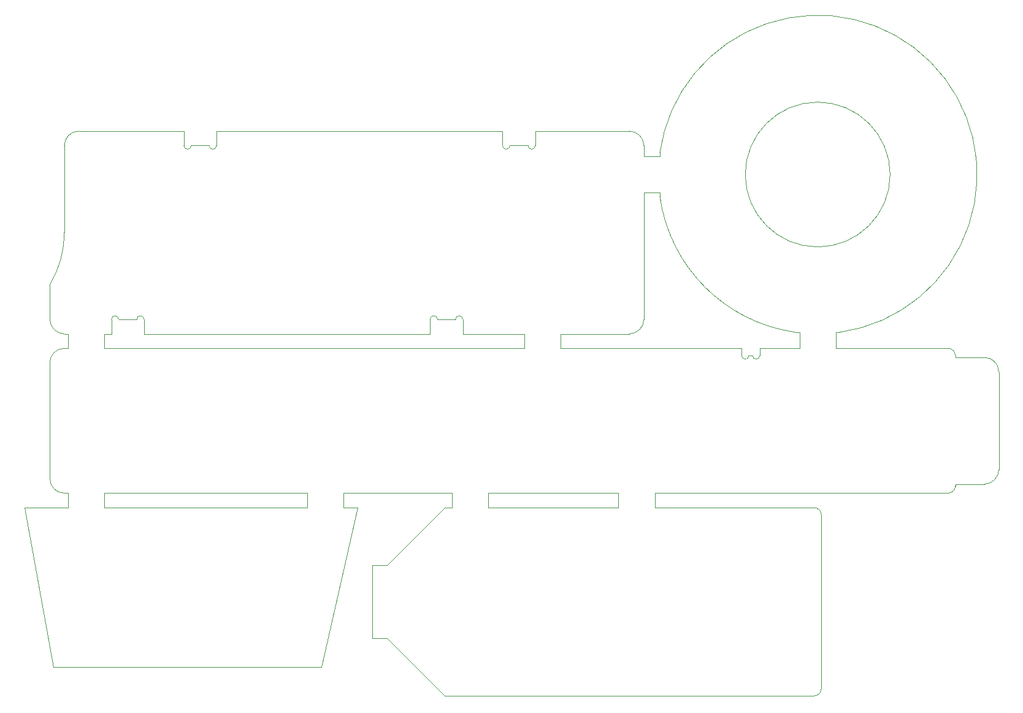
<source format=gbr>
G04 #@! TF.GenerationSoftware,KiCad,Pcbnew,8.0.5*
G04 #@! TF.CreationDate,2025-07-01T00:21:57-07:00*
G04 #@! TF.ProjectId,IotRollerBlinds,496f7452-6f6c-46c6-9572-426c696e6473,rev?*
G04 #@! TF.SameCoordinates,Original*
G04 #@! TF.FileFunction,Profile,NP*
%FSLAX46Y46*%
G04 Gerber Fmt 4.6, Leading zero omitted, Abs format (unit mm)*
G04 Created by KiCad (PCBNEW 8.0.5) date 2025-07-01 00:21:57*
%MOMM*%
%LPD*%
G01*
G04 APERTURE LIST*
G04 #@! TA.AperFunction,Profile*
%ADD10C,0.038100*%
G04 #@! TD*
G04 #@! TA.AperFunction,Profile*
%ADD11C,0.120000*%
G04 #@! TD*
G04 APERTURE END LIST*
D10*
X149000000Y-110000000D02*
X109000000Y-110000000D01*
X103000000Y-110000000D02*
X86000000Y-110000000D01*
X80000000Y-110000000D02*
X66000000Y-110000000D01*
X149000000Y-90000000D02*
X134000000Y-90000000D01*
X120500000Y-90000000D02*
X96000000Y-90000000D01*
X107000000Y-62000000D02*
X107000000Y-63000000D01*
X109000000Y-112000000D02*
X130500000Y-112000000D01*
X86000000Y-112000000D02*
X103000000Y-112000000D01*
X67500000Y-112000000D02*
X66000000Y-112000000D01*
X60000000Y-112000000D02*
X33000000Y-112000000D01*
X96000000Y-88000000D02*
X105000000Y-88000000D01*
X105000000Y-60000000D02*
G75*
G02*
X107000000Y-62000000I0J-2000000D01*
G01*
X38000000Y-86000000D02*
X38000000Y-88000000D01*
X27000000Y-88000000D02*
G75*
G02*
X25000000Y-86000000I0J2000000D01*
G01*
X82000000Y-88000000D02*
X90000000Y-88000000D01*
X77500000Y-86000000D02*
X77500000Y-88000000D01*
X33500000Y-86000000D02*
X33500000Y-88000000D01*
X107000000Y-69000000D02*
X107000000Y-86000000D01*
X87500000Y-60000000D02*
X87500000Y-62000000D01*
X43500000Y-60000000D02*
X43500000Y-62000000D01*
X81000000Y-86000000D02*
X78500000Y-86000000D01*
X107000000Y-86000000D02*
G75*
G02*
X105000000Y-88000000I-2000000J0D01*
G01*
X27000000Y-62000000D02*
X27000000Y-74000000D01*
X92000000Y-60000000D02*
X92000000Y-62000000D01*
X33500000Y-86000000D02*
G75*
G02*
X34500000Y-86000000I500000J0D01*
G01*
X38000000Y-88000000D02*
X77500000Y-88000000D01*
X48000000Y-62000000D02*
G75*
G02*
X47000000Y-62000000I-500000J0D01*
G01*
X25000000Y-81211103D02*
X25000000Y-86000000D01*
X33000000Y-88000000D02*
X33500000Y-88000000D01*
X82000000Y-86000000D02*
X82000000Y-88000000D01*
X88500000Y-62000000D02*
G75*
G02*
X87500000Y-62000000I-500000J0D01*
G01*
X27000000Y-74000000D02*
G75*
G02*
X25000000Y-81211103I-14000000J0D01*
G01*
X81000000Y-86000000D02*
G75*
G02*
X82000000Y-86000000I500000J0D01*
G01*
X27000000Y-62000000D02*
G75*
G02*
X29000000Y-60000000I2000000J0D01*
G01*
X92000000Y-62000000D02*
G75*
G02*
X91000000Y-62000000I-500000J0D01*
G01*
X44500000Y-62000000D02*
G75*
G02*
X43500000Y-62000000I-500000J0D01*
G01*
X87500000Y-60000000D02*
X48000000Y-60000000D01*
X77500000Y-86000000D02*
G75*
G02*
X78500000Y-86000000I500000J0D01*
G01*
X44500000Y-62000000D02*
X47000000Y-62000000D01*
X48000000Y-60000000D02*
X48000000Y-62000000D01*
X37000000Y-86000000D02*
X34500000Y-86000000D01*
X43500000Y-60000000D02*
X29000000Y-60000000D01*
X37000000Y-86000000D02*
G75*
G02*
X38000000Y-86000000I500000J0D01*
G01*
X88500000Y-62000000D02*
X91000000Y-62000000D01*
X105000000Y-60000000D02*
X92000000Y-60000000D01*
X25500000Y-134000000D02*
X62500000Y-134000000D01*
X62500000Y-134000000D02*
X67500000Y-112000000D01*
X21500000Y-112000000D02*
X25500000Y-134000000D01*
X27000000Y-112000000D02*
X21500000Y-112000000D01*
X69500000Y-130000000D02*
X71500000Y-130000000D01*
X131500000Y-137000000D02*
X131500000Y-113000000D01*
X79500000Y-138000000D02*
X130500000Y-138000000D01*
X131500000Y-137000000D02*
G75*
G02*
X130500000Y-138000000I-1000000J0D01*
G01*
X69500000Y-130000000D02*
X69500000Y-120000000D01*
X71500000Y-130000000D02*
X79500000Y-138000000D01*
X130500000Y-112000000D02*
G75*
G02*
X131500000Y-113000000I0J-1000000D01*
G01*
X79500000Y-112000000D02*
X80000000Y-112000000D01*
X71500000Y-120000000D02*
X79500000Y-112000000D01*
X69500000Y-120000000D02*
X71500000Y-120000000D01*
X60000000Y-110000000D02*
X33000000Y-110000000D01*
X150000000Y-91250000D02*
X150000000Y-91000000D01*
X149000000Y-90000000D02*
G75*
G02*
X150000000Y-91000000I0J-1000000D01*
G01*
X123000000Y-91000000D02*
X123000000Y-90000000D01*
X25000000Y-92000000D02*
G75*
G02*
X27000000Y-90000000I2000000J0D01*
G01*
X154000000Y-108750000D02*
X150000000Y-108750000D01*
X156000000Y-106750000D02*
G75*
G02*
X154000000Y-108750000I-2000000J0D01*
G01*
X150000000Y-109000000D02*
G75*
G02*
X149000000Y-110000000I-1000000J0D01*
G01*
X25000000Y-108000000D02*
X25000000Y-92000000D01*
X122000000Y-91000000D02*
X121500000Y-91000000D01*
X121500000Y-91000000D02*
G75*
G02*
X120500000Y-91000000I-500000J0D01*
G01*
X154000000Y-91250000D02*
G75*
G02*
X156000000Y-93250000I0J-2000000D01*
G01*
X27000000Y-110000000D02*
G75*
G02*
X25000000Y-108000000I0J2000000D01*
G01*
X150000000Y-108750000D02*
X150000000Y-109000000D01*
X123000000Y-91000000D02*
G75*
G02*
X122000000Y-91000000I-500000J0D01*
G01*
X120500000Y-91000000D02*
X120500000Y-90000000D01*
X90000000Y-90000000D02*
X33000000Y-90000000D01*
X154000000Y-91250000D02*
X150000000Y-91250000D01*
X156000000Y-93250000D02*
X156000000Y-106750000D01*
X128000000Y-90000000D02*
X123000000Y-90000000D01*
X133500000Y-88794500D02*
X133500000Y-89000000D01*
X128500000Y-88794500D02*
X128500000Y-89000000D01*
X108205499Y-68500000D02*
X108000000Y-68500000D01*
X108205499Y-63500000D02*
X108000000Y-63500000D01*
X128000000Y-87794500D02*
G75*
G02*
X109205500Y-69000000I3000000J21794500D01*
G01*
X141000000Y-66000000D02*
G75*
G02*
X121000000Y-66000000I-10000000J0D01*
G01*
X121000000Y-66000000D02*
G75*
G02*
X141000000Y-66000000I10000000J0D01*
G01*
X109205499Y-63000000D02*
G75*
G02*
X134000000Y-87794501I21794501J-3000000D01*
G01*
D11*
X107000000Y-63500000D02*
X107000000Y-63000000D01*
X107000000Y-63500000D02*
X108000000Y-63500000D01*
X108000000Y-68500000D02*
X107000000Y-68500000D01*
X107000000Y-69000000D02*
X107000000Y-68500000D01*
X134000000Y-90000000D02*
X133500000Y-90000000D01*
X133500000Y-89000000D02*
X133500000Y-90000000D01*
X128500000Y-90000000D02*
X128500000Y-89000000D01*
X128500000Y-90000000D02*
X128000000Y-90000000D01*
X27000000Y-110000000D02*
X27500000Y-110000000D01*
X27500000Y-112000000D02*
X27000000Y-112000000D01*
X27500000Y-112000000D02*
X27500000Y-110000000D01*
X32500000Y-110000000D02*
X32500000Y-112000000D01*
X32500000Y-110000000D02*
X33000000Y-110000000D01*
X33000000Y-112000000D02*
X32500000Y-112000000D01*
X27000000Y-88000000D02*
X27500000Y-88000000D01*
X27500000Y-90000000D02*
X27000000Y-90000000D01*
X27500000Y-90000000D02*
X27500000Y-88000000D01*
X32500000Y-88000000D02*
X32500000Y-90000000D01*
X32500000Y-88000000D02*
X33000000Y-88000000D01*
X33000000Y-90000000D02*
X32500000Y-90000000D01*
X90000000Y-88000000D02*
X90500000Y-88000000D01*
X90500000Y-90000000D02*
X90000000Y-90000000D01*
X90500000Y-90000000D02*
X90500000Y-88000000D01*
X95500000Y-88000000D02*
X95500000Y-90000000D01*
X95500000Y-88000000D02*
X96000000Y-88000000D01*
X96000000Y-90000000D02*
X95500000Y-90000000D01*
X60000000Y-110000000D02*
X60500000Y-110000000D01*
X60500000Y-112000000D02*
X60000000Y-112000000D01*
X60500000Y-112000000D02*
X60500000Y-110000000D01*
X65500000Y-110000000D02*
X65500000Y-112000000D01*
X65500000Y-110000000D02*
X66000000Y-110000000D01*
X66000000Y-112000000D02*
X65500000Y-112000000D01*
X103000000Y-110000000D02*
X103500000Y-110000000D01*
X103500000Y-112000000D02*
X103000000Y-112000000D01*
X103500000Y-112000000D02*
X103500000Y-110000000D01*
X108500000Y-110000000D02*
X108500000Y-112000000D01*
X108500000Y-110000000D02*
X109000000Y-110000000D01*
X109000000Y-112000000D02*
X108500000Y-112000000D01*
X80000000Y-110000000D02*
X80500000Y-110000000D01*
X80500000Y-112000000D02*
X80000000Y-112000000D01*
X80500000Y-112000000D02*
X80500000Y-110000000D01*
X85500000Y-110000000D02*
X85500000Y-112000000D01*
X85500000Y-110000000D02*
X86000000Y-110000000D01*
X86000000Y-112000000D02*
X85500000Y-112000000D01*
X128000000Y-87794500D02*
X128500000Y-87794500D01*
X128500000Y-88794500D02*
X128500000Y-87794500D01*
X133500000Y-87794500D02*
X133500000Y-88794500D01*
X133500000Y-87794500D02*
X134000000Y-87794500D01*
X108205499Y-63500000D02*
X109205499Y-63500000D01*
X109205499Y-63000000D02*
X109205499Y-63500000D01*
X109205499Y-68500000D02*
X108205499Y-68500000D01*
X109205499Y-68500000D02*
X109205499Y-69000000D01*
M02*

</source>
